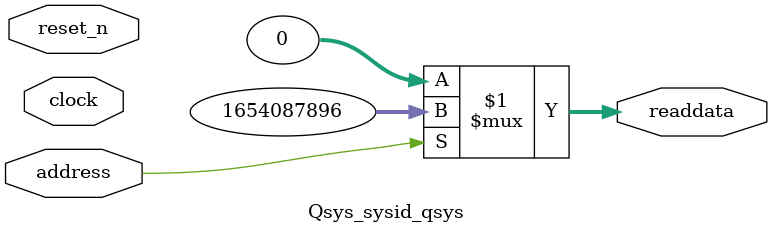
<source format=v>



// synthesis translate_off
`timescale 1ns / 1ps
// synthesis translate_on

// turn off superfluous verilog processor warnings 
// altera message_level Level1 
// altera message_off 10034 10035 10036 10037 10230 10240 10030 

module Qsys_sysid_qsys (
               // inputs:
                address,
                clock,
                reset_n,

               // outputs:
                readdata
             )
;

  output  [ 31: 0] readdata;
  input            address;
  input            clock;
  input            reset_n;

  wire    [ 31: 0] readdata;
  //control_slave, which is an e_avalon_slave
  assign readdata = address ? 1654087896 : 0;

endmodule



</source>
